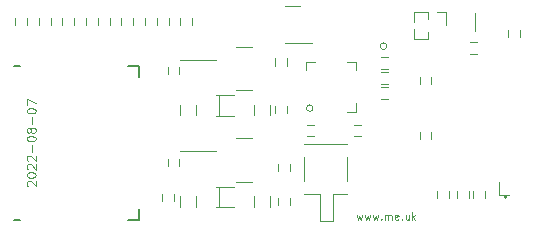
<source format=gbr>
%TF.GenerationSoftware,KiCad,Pcbnew,(6.0.5-0)*%
%TF.CreationDate,2022-08-07T09:09:36+01:00*%
%TF.ProjectId,Access2,41636365-7373-4322-9e6b-696361645f70,3*%
%TF.SameCoordinates,Original*%
%TF.FileFunction,Legend,Top*%
%TF.FilePolarity,Positive*%
%FSLAX46Y46*%
G04 Gerber Fmt 4.6, Leading zero omitted, Abs format (unit mm)*
G04 Created by KiCad (PCBNEW (6.0.5-0)) date 2022-08-07 09:09:36*
%MOMM*%
%LPD*%
G01*
G04 APERTURE LIST*
%ADD10C,0.100000*%
%ADD11C,0.120000*%
%ADD12C,0.200000*%
G04 APERTURE END LIST*
D10*
%TO.C,U1*%
X108060714Y-89392857D02*
X108025000Y-89357142D01*
X107989285Y-89285714D01*
X107989285Y-89107142D01*
X108025000Y-89035714D01*
X108060714Y-89000000D01*
X108132142Y-88964285D01*
X108203571Y-88964285D01*
X108310714Y-89000000D01*
X108739285Y-89428571D01*
X108739285Y-88964285D01*
X107989285Y-88500000D02*
X107989285Y-88428571D01*
X108025000Y-88357142D01*
X108060714Y-88321428D01*
X108132142Y-88285714D01*
X108275000Y-88250000D01*
X108453571Y-88250000D01*
X108596428Y-88285714D01*
X108667857Y-88321428D01*
X108703571Y-88357142D01*
X108739285Y-88428571D01*
X108739285Y-88500000D01*
X108703571Y-88571428D01*
X108667857Y-88607142D01*
X108596428Y-88642857D01*
X108453571Y-88678571D01*
X108275000Y-88678571D01*
X108132142Y-88642857D01*
X108060714Y-88607142D01*
X108025000Y-88571428D01*
X107989285Y-88500000D01*
X108060714Y-87964285D02*
X108025000Y-87928571D01*
X107989285Y-87857142D01*
X107989285Y-87678571D01*
X108025000Y-87607142D01*
X108060714Y-87571428D01*
X108132142Y-87535714D01*
X108203571Y-87535714D01*
X108310714Y-87571428D01*
X108739285Y-88000000D01*
X108739285Y-87535714D01*
X108060714Y-87250000D02*
X108025000Y-87214285D01*
X107989285Y-87142857D01*
X107989285Y-86964285D01*
X108025000Y-86892857D01*
X108060714Y-86857142D01*
X108132142Y-86821428D01*
X108203571Y-86821428D01*
X108310714Y-86857142D01*
X108739285Y-87285714D01*
X108739285Y-86821428D01*
X108453571Y-86500000D02*
X108453571Y-85928571D01*
X107989285Y-85428571D02*
X107989285Y-85357142D01*
X108025000Y-85285714D01*
X108060714Y-85250000D01*
X108132142Y-85214285D01*
X108275000Y-85178571D01*
X108453571Y-85178571D01*
X108596428Y-85214285D01*
X108667857Y-85250000D01*
X108703571Y-85285714D01*
X108739285Y-85357142D01*
X108739285Y-85428571D01*
X108703571Y-85500000D01*
X108667857Y-85535714D01*
X108596428Y-85571428D01*
X108453571Y-85607142D01*
X108275000Y-85607142D01*
X108132142Y-85571428D01*
X108060714Y-85535714D01*
X108025000Y-85500000D01*
X107989285Y-85428571D01*
X108310714Y-84750000D02*
X108275000Y-84821428D01*
X108239285Y-84857142D01*
X108167857Y-84892857D01*
X108132142Y-84892857D01*
X108060714Y-84857142D01*
X108025000Y-84821428D01*
X107989285Y-84750000D01*
X107989285Y-84607142D01*
X108025000Y-84535714D01*
X108060714Y-84500000D01*
X108132142Y-84464285D01*
X108167857Y-84464285D01*
X108239285Y-84500000D01*
X108275000Y-84535714D01*
X108310714Y-84607142D01*
X108310714Y-84750000D01*
X108346428Y-84821428D01*
X108382142Y-84857142D01*
X108453571Y-84892857D01*
X108596428Y-84892857D01*
X108667857Y-84857142D01*
X108703571Y-84821428D01*
X108739285Y-84750000D01*
X108739285Y-84607142D01*
X108703571Y-84535714D01*
X108667857Y-84500000D01*
X108596428Y-84464285D01*
X108453571Y-84464285D01*
X108382142Y-84500000D01*
X108346428Y-84535714D01*
X108310714Y-84607142D01*
X108453571Y-84142857D02*
X108453571Y-83571428D01*
X107989285Y-83071428D02*
X107989285Y-83000000D01*
X108025000Y-82928571D01*
X108060714Y-82892857D01*
X108132142Y-82857142D01*
X108275000Y-82821428D01*
X108453571Y-82821428D01*
X108596428Y-82857142D01*
X108667857Y-82892857D01*
X108703571Y-82928571D01*
X108739285Y-83000000D01*
X108739285Y-83071428D01*
X108703571Y-83142857D01*
X108667857Y-83178571D01*
X108596428Y-83214285D01*
X108453571Y-83250000D01*
X108275000Y-83250000D01*
X108132142Y-83214285D01*
X108060714Y-83178571D01*
X108025000Y-83142857D01*
X107989285Y-83071428D01*
X107989285Y-82571428D02*
X107989285Y-82071428D01*
X108739285Y-82392857D01*
%TO.C,Logo1*%
X135912857Y-91810714D02*
X136036666Y-92244047D01*
X136160476Y-91934523D01*
X136284285Y-92244047D01*
X136408095Y-91810714D01*
X136593809Y-91810714D02*
X136717619Y-92244047D01*
X136841428Y-91934523D01*
X136965238Y-92244047D01*
X137089047Y-91810714D01*
X137274761Y-91810714D02*
X137398571Y-92244047D01*
X137522380Y-91934523D01*
X137646190Y-92244047D01*
X137770000Y-91810714D01*
X138017619Y-92182142D02*
X138048571Y-92213095D01*
X138017619Y-92244047D01*
X137986666Y-92213095D01*
X138017619Y-92182142D01*
X138017619Y-92244047D01*
X138327142Y-92244047D02*
X138327142Y-91810714D01*
X138327142Y-91872619D02*
X138358095Y-91841666D01*
X138420000Y-91810714D01*
X138512857Y-91810714D01*
X138574761Y-91841666D01*
X138605714Y-91903571D01*
X138605714Y-92244047D01*
X138605714Y-91903571D02*
X138636666Y-91841666D01*
X138698571Y-91810714D01*
X138791428Y-91810714D01*
X138853333Y-91841666D01*
X138884285Y-91903571D01*
X138884285Y-92244047D01*
X139441428Y-92213095D02*
X139379523Y-92244047D01*
X139255714Y-92244047D01*
X139193809Y-92213095D01*
X139162857Y-92151190D01*
X139162857Y-91903571D01*
X139193809Y-91841666D01*
X139255714Y-91810714D01*
X139379523Y-91810714D01*
X139441428Y-91841666D01*
X139472380Y-91903571D01*
X139472380Y-91965476D01*
X139162857Y-92027380D01*
X139750952Y-92182142D02*
X139781904Y-92213095D01*
X139750952Y-92244047D01*
X139720000Y-92213095D01*
X139750952Y-92182142D01*
X139750952Y-92244047D01*
X140339047Y-91810714D02*
X140339047Y-92244047D01*
X140060476Y-91810714D02*
X140060476Y-92151190D01*
X140091428Y-92213095D01*
X140153333Y-92244047D01*
X140246190Y-92244047D01*
X140308095Y-92213095D01*
X140339047Y-92182142D01*
X140648571Y-92244047D02*
X140648571Y-91594047D01*
X140710476Y-91996428D02*
X140896190Y-92244047D01*
X140896190Y-91810714D02*
X140648571Y-92058333D01*
D11*
%TO.C,SW1*%
X132800000Y-90050000D02*
X132800000Y-92350000D01*
X135100000Y-85850000D02*
X131500000Y-85850000D01*
X132800000Y-90050000D02*
X131500000Y-90050000D01*
X135100000Y-86950000D02*
X135100000Y-88950000D01*
X131500000Y-86950000D02*
X131500000Y-88950000D01*
X133900000Y-92350000D02*
X132800000Y-92350000D01*
X133900000Y-90050000D02*
X133900000Y-92350000D01*
X135100000Y-90050000D02*
X133900000Y-90050000D01*
%TO.C,R16*%
X138550000Y-78500000D02*
X137950000Y-78500000D01*
X138550000Y-79500000D02*
X137950000Y-79500000D01*
%TO.C,R10*%
X113000000Y-75200000D02*
X113000000Y-75800000D01*
X114000000Y-75200000D02*
X114000000Y-75800000D01*
%TO.C,R18*%
X145750000Y-90425000D02*
X145750000Y-89825000D01*
X146750000Y-90425000D02*
X146750000Y-89825000D01*
%TO.C,R24*%
X130000000Y-83200000D02*
X130000000Y-82600000D01*
X129000000Y-83200000D02*
X129000000Y-82600000D01*
%TO.C,D5*%
X148000000Y-89025000D02*
X148000000Y-90125000D01*
X148000000Y-90125000D02*
X148800000Y-90125000D01*
X148641421Y-90325000D02*
G75*
G03*
X148641421Y-90325000I-141421J0D01*
G01*
%TO.C,R23*%
X130300000Y-91000000D02*
X130300000Y-90400000D01*
X129300000Y-91000000D02*
X129300000Y-90400000D01*
%TO.C,U5*%
X128600000Y-82500000D02*
X128600000Y-83400000D01*
X125700000Y-77600000D02*
X127100000Y-77600000D01*
X127200000Y-82500000D02*
X127200000Y-83400000D01*
X120950000Y-78725000D02*
X124050000Y-78725000D01*
X124225000Y-81775000D02*
X124225000Y-83375000D01*
X124000000Y-81700000D02*
X125500000Y-81700000D01*
X125700000Y-81300000D02*
X127100000Y-81300000D01*
X119950000Y-79350000D02*
X119950000Y-79950000D01*
X124000000Y-83450000D02*
X125500000Y-83450000D01*
X122350000Y-82500000D02*
X122350000Y-83400000D01*
X120950000Y-82500000D02*
X120950000Y-83400000D01*
X120850000Y-79350000D02*
X120850000Y-79950000D01*
%TO.C,R2*%
X148750000Y-76200000D02*
X148750000Y-76800000D01*
X149750000Y-76200000D02*
X149750000Y-76800000D01*
D12*
%TO.C,U1*%
X106900000Y-92250000D02*
X107400000Y-92250000D01*
X117500000Y-92250000D02*
X117500000Y-91350000D01*
X116600000Y-79250000D02*
X117500000Y-79250000D01*
X117500000Y-79250000D02*
X117500000Y-80150000D01*
X116600000Y-92250000D02*
X117500000Y-92250000D01*
X106900000Y-79250000D02*
X107400000Y-79250000D01*
D11*
%TO.C,R8*%
X117000000Y-75200000D02*
X117000000Y-75800000D01*
X118000000Y-75200000D02*
X118000000Y-75800000D01*
%TO.C,R20*%
X120450000Y-90050000D02*
X120450000Y-90650000D01*
X119450000Y-90050000D02*
X119450000Y-90650000D01*
%TO.C,R15*%
X137950000Y-82000000D02*
X138550000Y-82000000D01*
X137950000Y-81000000D02*
X138550000Y-81000000D01*
%TO.C,R9*%
X116000000Y-75200000D02*
X116000000Y-75800000D01*
X115000000Y-75200000D02*
X115000000Y-75800000D01*
%TO.C,JP1*%
X141940000Y-74690000D02*
X140735000Y-74690000D01*
X141940000Y-76363471D02*
X141940000Y-76910000D01*
X140735000Y-74690000D02*
X140735000Y-75492470D01*
X141940000Y-76910000D02*
X140735000Y-76910000D01*
X143460000Y-74690000D02*
X143460000Y-75800000D01*
X140735000Y-76107530D02*
X140735000Y-76910000D01*
X141940000Y-74690000D02*
X141940000Y-75236529D01*
X142700000Y-74690000D02*
X143460000Y-74690000D01*
%TO.C,R22*%
X129000000Y-78600000D02*
X129000000Y-79200000D01*
X130000000Y-78600000D02*
X130000000Y-79200000D01*
%TO.C,R17*%
X142750000Y-90425000D02*
X142750000Y-89825000D01*
X143750000Y-90425000D02*
X143750000Y-89825000D01*
%TO.C,R5*%
X141250000Y-80200000D02*
X141250000Y-80800000D01*
X142250000Y-80200000D02*
X142250000Y-80800000D01*
%TO.C,R12*%
X109000000Y-75200000D02*
X109000000Y-75800000D01*
X110000000Y-75200000D02*
X110000000Y-75800000D01*
%TO.C,R1*%
X135700000Y-84200000D02*
X136300000Y-84200000D01*
X135700000Y-85200000D02*
X136300000Y-85200000D01*
%TO.C,R21*%
X129300000Y-87500000D02*
X129300000Y-88100000D01*
X130300000Y-87500000D02*
X130300000Y-88100000D01*
%TO.C,R4*%
X142250000Y-84800000D02*
X142250000Y-85400000D01*
X141250000Y-84800000D02*
X141250000Y-85400000D01*
%TO.C,R6*%
X121000000Y-75200000D02*
X121000000Y-75800000D01*
X122000000Y-75200000D02*
X122000000Y-75800000D01*
%TO.C,U3*%
X138482843Y-77550000D02*
G75*
G03*
X138482843Y-77550000I-282843J0D01*
G01*
%TO.C,Q1*%
X130500000Y-77310000D02*
X129850000Y-77310000D01*
X130500000Y-74190000D02*
X129850000Y-74190000D01*
X130500000Y-74190000D02*
X131150000Y-74190000D01*
X130500000Y-77310000D02*
X132175000Y-77310000D01*
%TO.C,U2*%
X131640000Y-79615000D02*
X131640000Y-78890000D01*
X135860000Y-83110000D02*
X135135000Y-83110000D01*
X131640000Y-78890000D02*
X132365000Y-78890000D01*
X135860000Y-78890000D02*
X135135000Y-78890000D01*
X135860000Y-79615000D02*
X135860000Y-78890000D01*
X135860000Y-82385000D02*
X135860000Y-83110000D01*
X132232843Y-82800000D02*
G75*
G03*
X132232843Y-82800000I-282843J0D01*
G01*
%TO.C,R3*%
X146100000Y-77200000D02*
X145500000Y-77200000D01*
X146100000Y-78200000D02*
X145500000Y-78200000D01*
%TO.C,D8*%
X145900000Y-74750000D02*
X145900000Y-76250000D01*
%TO.C,R7*%
X119000000Y-75200000D02*
X119000000Y-75800000D01*
X120000000Y-75200000D02*
X120000000Y-75800000D01*
%TO.C,U4*%
X119950000Y-87100000D02*
X119950000Y-87700000D01*
X124000000Y-89450000D02*
X125500000Y-89450000D01*
X124225000Y-89525000D02*
X124225000Y-91125000D01*
X122350000Y-90250000D02*
X122350000Y-91150000D01*
X125700000Y-89050000D02*
X127100000Y-89050000D01*
X124000000Y-91200000D02*
X125500000Y-91200000D01*
X125700000Y-85350000D02*
X127100000Y-85350000D01*
X120850000Y-87100000D02*
X120850000Y-87700000D01*
X120950000Y-86475000D02*
X124050000Y-86475000D01*
X120950000Y-90250000D02*
X120950000Y-91150000D01*
X127200000Y-90250000D02*
X127200000Y-91150000D01*
X128600000Y-90250000D02*
X128600000Y-91150000D01*
%TO.C,R11*%
X112000000Y-75200000D02*
X112000000Y-75800000D01*
X111000000Y-75200000D02*
X111000000Y-75800000D01*
%TO.C,C1*%
X132350000Y-85200000D02*
X131750000Y-85200000D01*
X132350000Y-84200000D02*
X131750000Y-84200000D01*
%TO.C,R13*%
X107000000Y-75200000D02*
X107000000Y-75800000D01*
X108000000Y-75200000D02*
X108000000Y-75800000D01*
%TO.C,R14*%
X137950000Y-80750000D02*
X138550000Y-80750000D01*
X137950000Y-79750000D02*
X138550000Y-79750000D01*
%TO.C,R19*%
X144450000Y-90425000D02*
X144450000Y-89825000D01*
X145450000Y-90425000D02*
X145450000Y-89825000D01*
%TD*%
M02*

</source>
